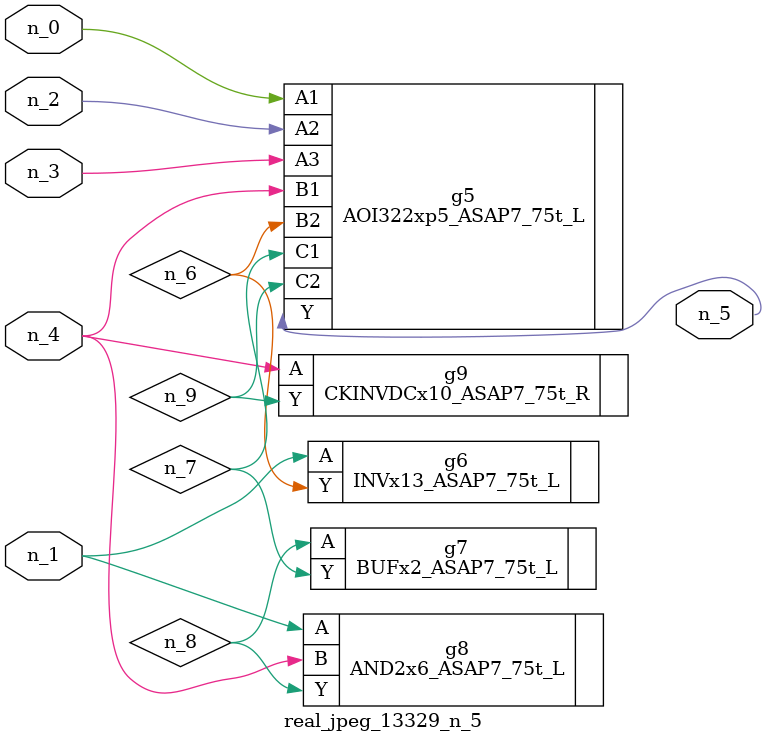
<source format=v>
module real_jpeg_13329_n_5 (n_4, n_0, n_1, n_2, n_3, n_5);

input n_4;
input n_0;
input n_1;
input n_2;
input n_3;

output n_5;

wire n_8;
wire n_6;
wire n_7;
wire n_9;

AOI322xp5_ASAP7_75t_L g5 ( 
.A1(n_0),
.A2(n_2),
.A3(n_3),
.B1(n_4),
.B2(n_6),
.C1(n_7),
.C2(n_9),
.Y(n_5)
);

INVx13_ASAP7_75t_L g6 ( 
.A(n_1),
.Y(n_6)
);

AND2x6_ASAP7_75t_L g8 ( 
.A(n_1),
.B(n_4),
.Y(n_8)
);

CKINVDCx10_ASAP7_75t_R g9 ( 
.A(n_4),
.Y(n_9)
);

BUFx2_ASAP7_75t_L g7 ( 
.A(n_8),
.Y(n_7)
);


endmodule
</source>
